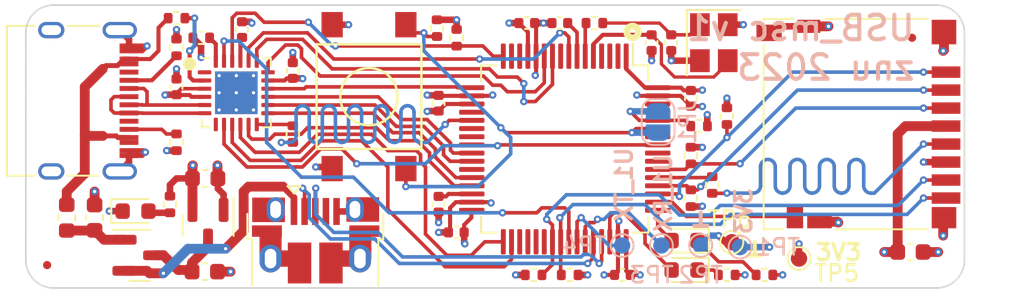
<source format=kicad_pcb>
(kicad_pcb (version 20221018) (generator pcbnew)
  (layers (0 "F.Cu" signal) (1 "In1.Cu" signal) (2 "In2.Cu" signal) (31 "B.Cu" signal) (34 "B.Paste" user) (35 "F.Paste" user) (36 "B.SilkS" user "B.Silkscreen") (37 "F.SilkS" user "F.Silkscreen") (38 "B.Mask" user) (39 "F.Mask" user) (44 "Edge.Cuts" user))
  (net 0 "")
  (net 1 "GND")
  (net 2 "Net-(U1-VCAP_1)")
  (net 3 "+3.3V")
  (net 4 "Net-(U1-NRST)")
  (net 5 "VBUS")
  (net 6 "Net-(U2-VDD18)")
  (net 7 "Net-(C12-Pad2)")
  (net 8 "/OSC_IN")
  (net 9 "Net-(U3-VI)")
  (net 10 "Net-(J3-VBUS)")
  (net 11 "Net-(FB1-Pad2)")
  (net 12 "/SDMMC1_D2")
  (net 13 "/SDMMC1_D3")
  (net 14 "/SDMMC1_CMD")
  (net 15 "/SDMMC1_D0")
  (net 16 "/SDMMC1_D1")
  (net 17 "Net-(J2-CC1)")
  (net 18 "/USB_D+")
  (net 19 "/USB_D-")
  (net 21 "Net-(J2-CC2)")
  (net 23 "/DFU_D-")
  (net 24 "/DFU_D+")
  (net 26 "Net-(U2-RBIAS)")
  (net 27 "Net-(U2-VBUS)")
  (net 28 "/OSC_OUT")
  (net 29 "/~{PHY_nRST}")
  (net 33 "/ULPI_STP")
  (net 35 "/ULPI_DIR")
  (net 36 "/ULPI_NXT")
  (net 39 "/ULPI_D0")
  (net 41 "/ULPI_CKO")
  (net 45 "/ULPI_D1")
  (net 46 "/ULPI_D2")
  (net 48 "/ULPI_D3")
  (net 49 "/ULPI_D4")
  (net 50 "/ULPI_D5")
  (net 51 "/ULPI_D6")
  (net 56 "/MCO1")
  (net 57 "/SDMMC1_CK")
  (net 60 "/ULPI_D7")
  (net 65 "/BOOT0")
  (net 66 "Net-(J1-CLK)")
  (net 67 "Net-(U2-CLKOUT)")
  (net 68 "/~{SD_DET}")
  (net 70 "Net-(D2-A)")
  (net 71 "/LED2")
  (net 72 "/LED1")
  (net 73 "/~{BTN}")
  (net 74 "/USART1_RX")
  (net 75 "/USART1_TX")
  (net 76 "Net-(D3-K)")
  (net 77 "Net-(D4-K)")
  (footprint "Resistor_SMD:R_0402_1005Metric" (layer "F.Cu") (at 126.3 88.4 90)
    (fp_text reference "R11" hide)
    (fp_text value "10k")
  )
  (footprint "Capacitor_SMD:C_0402_1005Metric" (layer "F.Cu") (at 138.2 88.7 90)
    (fp_text reference "C13" hide)
    (fp_text value "10p")
  )
  (footprint "Package_TO_SOT_SMD:SOT-23" (layer "F.Cu") (at 106.9625 101.7)
    (fp_text reference "D1" hide)
    (fp_text value "BAT54C" hide)
  )
  (footprint "Resistor_SMD:R_0402_1005Metric" (layer "F.Cu") (at 109.2 94.79 -90)
    (fp_text reference "R3" hide)
    (fp_text value "5.1k")
  )
  (footprint "Capacitor_SMD:C_0402_1005Metric" (layer "F.Cu") (at 136.42 102.9)
    (fp_text reference "C3" hide)
    (fp_text value "0.1u" hide)
  )
  (footprint "Resistor_SMD:R_0402_1005Metric" (layer "F.Cu") (at 145.09 102.9)
    (fp_text reference "R16" hide)
    (fp_text value "5.1k")
  )
  (footprint "Capacitor_SMD:C_0603_1608Metric" (layer "F.Cu") (at 110.95 97)
    (fp_text reference "C17" hide)
    (fp_text value "4.7u")
  )
  (footprint "Resistor_SMD:R_0402_1005Metric" (layer "F.Cu") (at 142.79 102.9)
    (fp_text reference "R17" hide)
    (fp_text value "10k" hide)
  )
  (footprint "Resistor_SMD:R_0402_1005Metric" (layer "F.Cu") (at 142.8 93.19 90)
    (fp_text reference "R6" hide)
    (fp_text value "47k")
  )
  (footprint "Capacitor_SMD:C_0402_1005Metric" (layer "F.Cu") (at 125.2 98.58 90)
    (fp_text reference "C1" hide)
    (fp_text value "4.7u")
  )
  (footprint "Capacitor_SMD:C_0402_1005Metric" (layer "F.Cu") (at 126.28 100.3)
    (fp_text reference "C6" hide)
    (fp_text value "0.1u")
  )
  (footprint "Resistor_SMD:R_0402_1005Metric" (layer "F.Cu") (at 134.71 87.5 180)
    (fp_text reference "R5" hide)
    (fp_text value "220" hide)
  )
  (footprint "Inductor_SMD:L_0603_1608Metric" (layer "F.Cu") (at 102.5 99.4 90)
    (fp_text reference "FB1" hide)
    (fp_text value "FerriteBead")
  )
  (footprint "Crystal:Crystal_SMD_Abracon_ABM8G-4Pin_3.2x2.5mm" (layer "F.Cu") (at 142 88.7 -90)
    (fp_text reference "Y1" hide)
    (fp_text value "ABM8-13.000MHZ-10-1-U-T" hide)
  )
  (footprint "TestPoint:TestPoint_Pad_D1.0mm" (layer "F.Cu") (at 143.1 100.9)
    (fp_text reference "TP6")
    (fp_text value "TestPoint")
  )
  (footprint "Resistor_SMD:R_0402_1005Metric" (layer "F.Cu") (at 131 102.9 180)
    (fp_text reference "R9" hide)
    (fp_text value "47k")
  )
  (footprint "Capacitor_SMD:C_0603_1608Metric" (layer "F.Cu") (at 104.2 99.4 90)
    (fp_text reference "C10" hide)
    (fp_text value "4.7u")
  )
  (footprint "usb_msc:SMD_BTN" (layer "F.Cu") (at 120.95 92 -90)
    (fp_text reference "SW1" hide)
    (fp_text value "SW_Push")
  )
  (footprint "Capacitor_SMD:C_0402_1005Metric" (layer "F.Cu") (at 116.3 90.4 -90)
    (fp_text reference "C15" hide)
    (fp_text value "2.2u")
  )
  (footprint "Capacitor_SMD:C_0402_1005Metric" (layer "F.Cu") (at 130.58 87.5 180)
    (fp_text reference "C7" hide)
    (fp_text value "0.1u" hide)
  )
  (footprint "LED_SMD:LED_0603_1608Metric" (layer "F.Cu") (at 140.2125 102.6 180)
    (fp_text reference "D4" hide)
    (fp_text value "green")
  )
  (footprint "Package_DFN_QFN:QFN-24-1EP_4x4mm_P0.5mm_EP2.6x2.6mm_ThermalVias" (layer "F.Cu") (at 112.85 91.7625)
    (fp_text reference "U2" hide)
    (fp_text value "USB3318")
  )
  (footprint "Connector_USB:USB_C_Receptacle_XKB_U262-16XN-4BVC11" (layer "F.Cu") (at 102.63 92.25 -90)
    (fp_text reference "J2" hide)
    (fp_text value "USB_C_Receptacle_USB2.0" hide)
  )
  (footprint "TestPoint:TestPoint_Pad_D1.0mm" (layer "F.Cu") (at 147.2 101.9)
    (fp_text reference "TP5")
    (fp_text value "TestPoint" hide)
  )
  (footprint "Resistor_SMD:R_0402_1005Metric" (layer "F.Cu") (at 116.3 94.29 90)
    (fp_text reference "R14" hide)
    (fp_text value "33")
  )
  (footprint "Resistor_SMD:R_0402_1005Metric" (layer "F.Cu") (at 141.9 97.4 -90)
    (fp_text reference "R13" hide)
    (fp_text value "33")
  )
  (footprint "Connector_Card:microSD_HC_Hirose_DM3D-SF" (layer "F.Cu") (at 150.825 93.675 90)
    (fp_text reference "J1" hide)
    (fp_text value "Micro_SD_Card_Det_Hirose_DM3D" hide)
  )
  (footprint "Capacitor_SMD:C_0402_1005Metric" (layer "F.Cu") (at 140.6 92.1 90)
    (fp_text reference "C4" hide)
    (fp_text value "0.1u")
  )
  (footprint "Resistor_SMD:R_0402_1005Metric" (layer "F.Cu") (at 110.71 88.4 180)
    (fp_text reference "R1" hide)
    (fp_text value "8.06k")
  )
  (footprint "Fiducial:Fiducial_0.5mm_Mask1.5mm" (layer "F.Cu") (at 101.3 102.3)
    (fp_text reference "FID1" hide)
    (fp_text value "Fiducial" hide)
  )
  (footprint "Package_TO_SOT_SMD:SOT-23" (layer "F.Cu") (at 111.125 99.8625 -90)
    (fp_text reference "U3" hide)
    (fp_text value "AP7313-33SR" hide)
  )
  (footprint "Resistor_SMD:R_0402_1005Metric" (layer "F.Cu") (at 109.2 88.99 90)
    (fp_text reference "R2" hide)
    (fp_text value "5.1k")
  )
  (footprint "Resistor_SMD:R_0402_1005Metric" (layer "F.Cu") (at 140.6 98.21 -90)
    (fp_text reference "R7" hide)
    (fp_text value "47k")
  )
  (footprint "Capacitor_SMD:C_0603_1608Metric" (layer "F.Cu") (at 110.925 102.7)
    (fp_text reference "C16" hide)
    (fp_text value "4.7u" hide)
  )
  (footprint "Connector_USB:USB_Micro-B_Amphenol_10103594-0001LF_Horizontal" (layer "F.Cu") (at 117.695 100.785)
    (fp_text reference "J3" hide)
    (fp_text value "USB_B_Micro" hide)
  )
  (footprint "Resistor_SMD:R_0402_1005Metric" (layer "F.Cu") (at 140.6 95.6 90)
    (fp_text reference "R8" hide)
    (fp_text value "47k")
  )
  (footprint "Capacitor_SMD:C_0402_1005Metric" (layer "F.Cu") (at 132.6 87.5 180)
    (fp_text reference "C8" hide)
    (fp_text value "0.1u" hide)
  )
  (footprint "Resistor_SMD:R_0402_1005Metric" (layer "F.Cu") (at 133.2 102.9)
    (fp_text reference "R10" hide)
    (fp_text value "47k" hide)
  )
  (footprint "Capacitor_SMD:C_0402_1005Metric" (layer "F.Cu") (at 113.2 87.9 -90)
    (fp_text reference "C11" hide)
    (fp_text value "0.1u")
  )
  (footprint "LED_SMD:LED_0603_1608Metric" (layer "F.Cu") (at 106.7 99)
    (fp_text reference "D2" hide)
    (fp_text value "green")
  )
  (footprint "Resistor_SMD:R_0402_1005Metric" (layer "F.Cu") (at 109.2 87.2 180)
    (fp_text reference "R4" hide)
    (fp_text value "10k" hide)
  )
  (footprint "Resistor_SMD:R_0402_1005Metric" (layer "F.Cu") (at 141.1 93.8)
    (fp_text reference "R12" hide)
    (fp_text value "5.1k")
  )
  (footprint "Fiducial:Fiducial_0.5mm_Mask1.5mm" (layer "F.Cu") (at 154.1 88.4)
    (fp_text reference "FID2" hide)
    (fp_text value "Fiducial")
  )
  (footprint "Capacitor_SMD:C_0603_1608Metric" (layer "F.Cu") (at 154 101.5 180)
    (fp_text reference "C9" hide)
    (fp_text value "4.7u")
  )
  (footprint "Capacitor_SMD:C_0402_1005Metric" (layer "F.Cu") (at 125.2 92.4 -90)
    (fp_text reference "C5" hide)
    (fp_text value "0.1u")
  )
  (footprint "Resistor_SMD:R_0402_1005Metric" (layer "F.Cu") (at 125.1 87.81 90)
    (fp_text reference "R18" hide)
    (fp_text value "5.1k")
  )
  (footprint "LED_SMD:LED_0603_1608Metric" (layer "F.Cu") (at 140.2125 100.8 180)
    (fp_text reference "D3" hide)
    (fp_text value "orange")
  )
  (footprint "Package_QFP:LQFP-64_10x10mm_P0.5mm" (layer "F.Cu") (at 132.9 95.2 -90)
    (fp_text reference "U1" hide)
    (fp_text value "STM32F730R8Tx")
  )
  (footprint "Resistor_SMD:R_0402_1005Metric" (layer "F.Cu") (at 108.8 98.59 -90)
    (fp_text reference "R15" hide)
    (fp_text value "10k")
  )
  (footprint "Capacitor_SMD:C_0402_1005Metric" (layer "F.Cu") (at 109.2 91.4 -90)
    (fp_text reference "C14" hide)
    (fp_text value "0.1u")
  )
  (footprint "Capacitor_SMD:C_0402_1005Metric" (layer "F.Cu") (at 139.4 88.7 90)
    (fp_text reference "C12" hide)
    (fp_text value "10p")
  )
  (footprint "Jumper:SolderJumper-2_P1.3mm_Open_RoundedPad1.0x1.5mm" (layer "B.Cu") (at 138.6 93.55 90)
    (fp_text reference "JP1")
    (fp_text value "SolderJumper_2_Open" hide)
  )
  (footprint "TestPoint:TestPoint_Pad_D1.0mm" (layer "B.Cu") (at 136.4 101.1 180)
    (fp_text reference "TP4")
    (fp_text value "TestPoint")
  )
  (footprint "TestPoint:TestPoint_Pad_D1.0mm" (layer "B.Cu") (at 138.8 101.1 180)
    (fp_text reference "TP3")
    (fp_text value "TestPoint")
  )
  (footprint "TestPoint:TestPoint_Pad_D1.0mm" (layer "B.Cu") (at 141.2 101.1 180)
    (fp_text reference "TP2")
    (fp_text value "TestPoint")
  )
  (footprint "TestPoint:TestPoint_Pad_D1.0mm" (layer "B.Cu") (at 143.6 101.2 180)
    (fp_text reference "TP1")
    (fp_text value "TestPoint")
  )
  (gr_line (start 141.6 99.9) (end 140.8 99.9) (stroke (width 0.25)) (layer "B.SilkS"))
  (gr_line (start 141.2 99.1) (end 141.2 99.9) (stroke (width 0.25)) (layer "B.SilkS"))
  (gr_line (start 141.2 99.9) (end 141.6 99.9) (stroke (width 0.25)) (layer "B.SilkS"))
  (gr_line (start 144.9 101.7) (end 144.1 101.7) (stroke (width 0.25)) (layer "F.SilkS"))
  (gr_circle (center 137.039445 88.039445) (end 137.2 88.039445) (stroke (width 0.4)) (fill none) (layer "F.SilkS"))
  (gr_line (start 144.1 101.7) (end 144.5 101.7) (stroke (width 0.25)) (layer "F.SilkS"))
  (gr_line (start 144.5 101.7) (end 144.5 100.9) (stroke (width 0.25)) (layer "F.SilkS"))
  (gr_circle (center 110 90) (end 110.2 90) (stroke (width 0.4)) (fill none) (layer "F.SilkS"))
  (gr_arc (start 157.297918 101.997918) (mid 156.8 103.2) (end 155.597918 103.697918) (stroke (width 0.1)) (layer "Edge.Cuts"))
  (gr_line (start 157.297918 101.997918) (end 157.3 88.1) (stroke (width 0.1)) (layer "Edge.Cuts"))
  (gr_arc (start 101.702082 103.697918) (mid 100.5 103.2) (end 100.002082 101.997918) (stroke (width 0.1)) (layer "Edge.Cuts"))
  (gr_line (start 101.702082 103.697918) (end 155.597918 103.697918) (stroke (width 0.1)) (layer "Edge.Cuts"))
  (gr_line (start 155.6 86.4) (end 101.7 86.4) (stroke (width 0.1)) (layer "Edge.Cuts"))
  (gr_arc (start 100 88.1) (mid 100.497918 86.897918) (end 101.7 86.4) (stroke (width 0.1)) (layer "Edge.Cuts"))
  (gr_line (start 100 88.1) (end 100.002082 101.997918) (stroke (width 0.1)) (layer "Edge.Cuts"))
  (gr_arc (start 155.6 86.4) (mid 156.802082 86.897918) (end 157.3 88.1) (stroke (width 0.1)) (layer "Edge.Cuts"))
  (gr_text "U1_TX" (at 137.1 95 90) (layer "B.SilkS") (effects (font (size 1 1) (thickness 0.2) bold) (justify left bottom mirror)))
  (gr_text "USB_msc v1\nznu 2023" (at 154.4 91.1) (layer "B.SilkS") (effects (font (size 1.5 1.5) (thickness 0.25)) (justify left bottom mirror)))
  (gr_text "3V3" (at 144.4 97.5 90) (layer "B.SilkS") (effects (font (size 1 1) (thickness 0.2) bold) (justify left bottom mirror)))
  (gr_text "U1_RX" (at 139.5 95.4 90) (layer "B.SilkS") (effects (font (size 1 1) (thickness 0.2) bold) (justify left bottom mirror)))
  (gr_text "3V3" (at 148.1 102.1) (layer "F.SilkS") (effects (font (size 1 1) (thickness 0.2) bold) (justify left bottom)))
  (segment (start 146.1 87.7) (end 147.8 87.7) (width 0.4) (layer "F.Cu") (net 1))
  (segment (start 106.3 88.495) (end 105.735 87.93) (width 0.4) (layer "F.Cu") (net 1))
  (segment (start 132.12 87.5) (end 131.6 87.5) (width 0.4) (layer "F.Cu") (net 1))
  (segment (start 135.94 102.9) (end 135.3 102.9) (width 0.25) (layer "F.Cu") (net 1))
  (segment (start 142.7 100.9) (end 142.3 100.5) (width 0.4) (layer "F.Cu") (net 1))
  (segment (start 156.175 96) (end 154.8 96) (width 0.4) (layer "F.Cu") (net 1))
  (segment (start 111.7 96.975) (end 111.725 97) (width 0.6) (layer "F.Cu") (net 1))
  (segment (start 145.375 88.1) (end 145.7 88.1) (width 0.4) (layer "F.Cu") (net 1))
  (segment (start 136.15 99.65) (end 136.2 99.6) (width 0.25) (layer "F.Cu") (net 1))
  (segment (start 106.3 96.005) (end 105.735 96.57) (width 0.4) (layer "F.Cu") (net 1))
  (segment (start 105.9125 99) (end 105.1 99) (width 0.4) (layer "F.Cu") (net 1))
  (segment (start 112.075 97.975) (end 112.075 98.925) (width 0.4) (layer "F.Cu") (net 1))
  (segment (start 131.15 90.65) (end 131.1 90.7) (width 0.25) (layer "F.Cu") (net 1))
  (segment (start 124.52 91.92) (end 124.5 91.9) (width 0.4) (layer "F.Cu") (net 1))
  (segment (start 141.28 92.58) (end 141.3 92.6) (width 0.25) (layer "F.Cu") (net 1))
  (segment (start 128.45 91.95) (end 128.5 91.9) (width 0.25) (layer "F.Cu") (net 1))
  (segment (start 149.55 99.65) (end 149.6 99.7) (width 0.6) (layer "F.Cu") (net 1))
  (segment (start 138.2 89.18) (end 138.2 89.8) (width 0.4) (layer "F.Cu") (net 1))
  (segment (start 111.7 102.7) (end 112.5 102.7) (width 0.6) (layer "F.Cu") (net 1))
  (segment (start 128.35 98.45) (end 128.4 98.5) (width 0.25) (layer "F.Cu") (net 1))
  (segment (start 109.2 88.48) (end 109.2 87.9) (width 0.4) (layer "F.Cu") (net 1))
  (segment (start 116.44 101.9) (end 116.71 102.17) (width 1) (layer "F.Cu") (net 1))
  (segment (start 107.2 95.3) (end 107.3 95.4) (width 0.3) (layer "F.Cu") (net 1))
  (segment (start 107.1 89.2) (end 107.4 88.9) (width 0.3) (layer "F.Cu") (net 1))
  (segment (start 131.06 87.5) (end 131.6 87.5) (width 0.4) (layer "F.Cu") (net 1))
  (segment (start 111.725 97) (end 111.725 97.625) (width 0.4) (layer "F.Cu") (net 1))
  (segment (start 125.9 100.2) (end 125.8 100.3) (width 0.25) (layer "F.Cu") (net 1))
  (segment (start 106.3 95.6) (end 106.3 96.005) (width 0.4) (layer "F.Cu") (net 1))
  (segment (start 111.725 97.625) (end 112.075 97.975) (width 0.4) (layer "F.Cu") (net 1))
  (segment (start 116.3 89.92) (end 116.3 89.3) (width 0.4) (layer "F.Cu") (net 1))
  (segment (start 114.94 101.9) (end 116.44 101.9) (width 1) (layer "F.Cu") (net 1))
  (segment (start 136.15 100.875) (end 136.15 102.69) (width 0.25) (layer "F.Cu") (net 1))
  (segment (start 131.15 89.525) (end 131.15 90.65) (width 0.25) (layer "F.Cu") (net 1))
  (segment (start 156 100.5) (end 156 99.45) (width 0.6) (layer "F.Cu") (net 1))
  (segment (start 106.3 95.3) (end 107.2 95.3) (width 0.3) (layer "F.Cu") (net 1))
  (segment (start 148.45 99.65) (end 149.55 99.65) (width 0.6) (layer "F.Cu") (net 1))
  (segment (start 139.4 89.8) (end 141.15 89.8) (width 0.4) (layer "F.Cu") (net 1))
  (segment (start 136.15 102.69) (end 135.94 102.9) (width 0.25) (layer "F.Cu") (net 1))
  (segment (start 125.9 98.8) (end 125.9 99) (width 0.25) (layer "F.Cu") (net 1))
  (segment (start 127.225 91.95) (end 128.45 91.95) (width 0.25) (layer "F.Cu") (net 1))
  (segment (start 149 87.7) (end 147.8 87.7) (width 0.6) (layer "F.Cu") (net 1))
  (segment (start 106.3 95.6) (end 107.1 95.6) (width 0.3) (layer "F.Cu") (net 1))
  (segment (start 125.2 99.06) (end 125.2 99.7) (width 0.4) (layer "F.Cu") (net 1))
  (segment (start 110.7 88.9) (end 110.2 88.4) (width 0.4) (layer "F.Cu") (net 1))
  (segment (start 120.4 101.9) (end 118.9 101.9) (width 1) (layer "F.Cu") (net 1))
  (segment (start 143.3 102.9) (end 143.9 102.9) (width 0.22) (layer "F.Cu") (net 1))
  (segment (start 137.35 91.95) (end 137.3 91.9) (width 0.25) (layer "F.Cu") (net 1))
  (segment (start 155.7 101.5) (end 154.775 101.5) (width 0.6) (layer "F.Cu") (net 1))
  (segment (start 140.6 92.58) (end 141.28 92.58) (width 0.25) (layer "F.Cu") (net 1))
  (segment (start 142.85 87.6) (end 143.8 87.6) (width 0.4) (layer "F.Cu") (net 1))
  (segment (start 126.25 98.45) (end 125.9 98.8) (width 0.25) (layer "F.Cu") (net 1))
  (segment (start 131.15 87.59) (end 131.06 87.5) (width 0.25) (layer "F.Cu") (net 1))
  (segment (start 127.225 98.45) (end 128.35 98.45) (width 0.25) (layer "F.Cu") (net 1))
  (segment (start 126.3 87.89) (end 126.3 87.3) (width 0.4) (layer "F.Cu") (net 1))
  (segment (start 125.2 91.92) (end 124.52 91.92) (width 0.4) (layer "F.Cu") (net 1))
  (segment (start 118.97 99.02) (end 119.97 99.02) (width 0.4) (layer "F.Cu") (net 1))
  (segment (start 156.05 88.05) (end 156.05 89.15) (width 0.6) (layer "F.Cu") (net 1))
  (segment (start 125.2 99.06) (end 125.84 99.06) (width 0.25) (layer "F.Cu") (net 1))
  (segment (start 118.9 101.9) (end 118.63 102.17) (width 1) (layer "F.Cu") (net 1))
  (segment (start 113.2 87.42) (end 113.72 87.42) (width 0.4) (layer "F.Cu") (net 1))
  (segment (start 127.225 98.45) (end 126.25 98.45) (width 0.25) (layer "F.Cu") (net 1))
  (segment (start 139.97 91.95) (end 140.6 92.58) (width 0.25) (layer "F.Cu") (net 1))
  (segment (start 136.15 100.875) (end 136.15 99.65) (width 0.25) (layer "F.Cu") (net 1))
  (segment (start 138.575 91.95) (end 139.97 91.95) (width 0.25) (layer "F.Cu") (net 1))
  (segment (start 141.6 93.1) (end 141.6 93.79) (width 0.4) (layer "F.Cu") (net 1))
  (segment (start 113.72 87.42) (end 113.8 87.5) (width 0.4) (layer "F.Cu") (net 1))
  (segment (start 109.2 90.92) (end 109.2 90.3) (width 0.4) (layer "F.Cu") (net 1))
  (segment (start 107.1 95.6) (end 107.3 95.4) (width 0.3) (layer "F.Cu") (net 1))
  (segment (start 125.9 99) (end 125.9 100.2) (width 0.25) (layer "F.Cu") (net 1))
  (segment (start 127.225 91.95) (end 125.23 91.95) (width 0.25) (layer "F.Cu") (net 1))
  (segment (start 141.6 93.79) (end 141.61 93.8) (width 0.4) (layer "F.Cu") (net 1))
  (segment (start 119.97 99.02) (end 120.09 98.9) (width 0.4) (layer "F.Cu") (net 1))
  (segment (start 143.1 100.9) (end 142.7 100.9) (width 0.4) (layer "F.Cu") (net 1))
  (segment (start 106.3 89.2) (end 107.1 89.2) (width 0.3) (layer "F.Cu") (net 1))
  (segment (start 145.6 102.9) (end 146.2 102.9) (width 0.22) (layer "F.Cu") (net 1))
  (segment (start 125.84 99.06) (end 125.9 99) (width 0.25) (layer "F.Cu") (net 1))
  (segment (start 106.3 88.9) (end 106.3 88.495) (width 0.4) (layer "F.Cu") (net 1))
  (segment (start 156.05 89.15) (end 156 89.2) (width 0.6) (layer "F.Cu") (net 1))
  (segment (start 145.7 88.1) (end 146.1 87.7) (width 0.4) (layer "F.Cu") (net 1))
  (segment (start 111.7 96.2) (end 111.7 96.975) (width 0.6) (layer "F.Cu") (net 1))
  (segment (start 125.23 91.95) (end 125.2 91.92) (width 0.25) (layer "F.Cu") (net 1))
  (segment (start 110.7 89.6) (end 110.7 88.9) (width 0.4) (layer "F.Cu") (net 1))
  (segment (start 109.2 95.3) (end 108.6 95.3) (width 0.4) (layer "F.Cu") (net 1))
  (segment (start 156 99.45) (end 156.05 99.4) (width 0.6) (layer "F.Cu") (net 1))
  (segment (start 138.575 91.95) (end 137.35 91.95) (width 0.25) (layer "F.Cu") (net 1))
  (segment (start 125.8 100.3) (end 125.2 100.3) (width 0.4) (layer "F.Cu") (net 1))
  (segment (start 104.2 98.625) (end 104.2 97.8) (width 0.6) (layer "F.Cu") (net 1))
  (segment (start 106.3 88.9) (end 107.4 88.9) (width 0.3) (layer "F.Cu") (net 1))
  (segment (start 131.15 89.525) (end 131.15 87.59) (width 0.25) (layer "F.Cu") (net 1))
  (segment (start 139.4 89.18) (end 139.4 89.8) (width 0.4) (layer "F.Cu") (net 1))
  (segment (start 125.1 87.3) (end 126.3 87.3) (width 0.4) (layer "F.Cu") (net 1))
  (via (at 109.2 87.9) (size 0.45) (drill 0.2) (layers "F.Cu" "B.Cu") (net 1))
  (via (at 107.4 88.9) (size 0.45) (drill 0.2) (layers "F.Cu" "B.Cu") (net 1))
  (via (at 156 100.5) (size 0.45) (drill 0.2) (layers "F.Cu" "B.Cu") (net 1))
  (via (at 116.3 89.3) (size 0.45) (drill 0.2) (layers "F.Cu" "B.Cu") (net 1))
  (via (at 111.7 96.2) (size 0.45) (drill 0.2) (layers "F.Cu" "B.Cu") (net 1))
  (via (at 136.2 99.6) (size 0.45) (drill 0.2) (layers "F.Cu" "B.Cu") (net 1))
  (via (at 124.5 91.9) (size 0.45) (drill 0.2) (layers "F.Cu" "B.Cu") (net 1))
  (via (at 125.2 100.3) (size 0.45) (drill 0.2) (layers "F.Cu" "B.Cu") (net 1))
  (via (at 125.2 99.7) (size 0.45) (drill 0.2) (layers "F.Cu" "B.Cu") (net 1))
  (via (at 131.1 90.7) (size 0.45) (drill 0.2) (layers "F.Cu" "B.Cu") (net 1))
  (via (at 154.8 96) (size 0.45) (drill 0.2) (layers "F.Cu" "B.Cu") (net 1))
  (via (at 137.3 91.9) (size 0.45) (drill 0.2) (layers "F.Cu" "B.Cu") (net 1))
  (via (at 104.2 97.8) (size 0.45) (drill 0.2) (layers "F.Cu" "B.Cu") (net 1))
  (via (at 155.7 101.5) (size 0.45) (drill 0.2) (layers "F.Cu" "B.Cu") (net 1))
  (via (at 135.3 102.9) (size 0.45) (drill 0.2) (layers "F.Cu" "B.Cu") (net 1))
  (via (at 141.3 92.6) (size 0.45) (drill 0.2) (layers "F.Cu" "B.Cu") (net 1))
  (via (at 139.4 89.8) (size 0.45) (drill 0.2) (layers "F.Cu" "B.Cu") (net 1))
  (via (at 126.3 87.3) (size 0.45) (drill 0.2) (layers "F.Cu" "B.Cu") (net 1))
  (via (at 112.5 102.7) (size 0.45) (drill 0.2) (layers "F.Cu" "B.Cu") (net 1))
  (via (at 128.5 91.9) (size 0.45) (drill 0.2) (layers "F.Cu" "B.Cu") (net 1))
  (via (at 143.9 102.9) (size 0.45) (drill 0.2) (layers "F.Cu" "B.Cu") (net 1))
  (via (at 138.2 89.8) (size 0.45) (drill 0.2) (layers "F.Cu" "B.Cu") (net 1))
  (via (at 105.1 99) (size 0.45) (drill 0.2) (layers "F.Cu" "B.Cu") (net 1))
  (via (at 110.7 89.6) (size 0.45) (drill 0.2) (layers "F.Cu" "B.Cu") (net 1))
  (via (at 143.8 87.6) (size 0.45) (drill 0.2) (layers "F.Cu" "B.Cu") (net 1))
  (via (at 128.4 98.5) (size 0.45) (drill 0.2) (layers "F.Cu" "B.Cu") (net 1))
  (via (at 107.3 95.4) (size 0.45) (drill 0.2) (layers "F.Cu" "B.Cu") (net 1))
  (via (at 142.3 100.5) (size 0.45) (drill 0.2) (layers "F.Cu" "B.Cu") (net 1))
  (via (at 113.8 87.5) (size 0.45) (drill 0.2) (layers "F.Cu" "B.Cu") (net 1))
  (via (at 141.6 93.1) (size 0.45) (drill 0.2) (layers "F.Cu" "B.Cu") (net 1))
  (via (at 149 87.7) (size 0.45) (drill 0.2) (layers "F.Cu" "B.Cu") (net 1))
  (via (at 108.6 95.3) (size 0.45) (drill 0.2) (layers "F.Cu" "B.Cu") (net 1))
  (via (at 146.2 102.9) (size 0.45) (drill 0.2) (layers "F.Cu" "B.Cu") (net 1))
  (via (at 156 89.2) (size 0.45) (drill 0.2) (layers "F.Cu" "B.Cu") (net 1))
  (via (at 149.6 99.7) (size 0.45) (drill 0.2) (layers "F.Cu" "B.Cu") (net 1))
  (via (at 109.2 90.3) (size 0.45) (drill 0.2) (layers "F.Cu" "B.Cu") (net 1))
  (via (at 131.6 87.5) (size 0.45) (drill 0.2) (layers "F.Cu" "B.Cu") (net 1))
  (segment (start 141.8 100.5) (end 141.2 101.1) (width 0.4) (layer "B.Cu") (net 1))
  (segment (start 142.3 100.5) (end 141.8 100.5) (width 0.4) (layer "B.Cu") (net 1))
  (segment (start 125.65 98.1) (end 125.8 97.95) (width 0.25) (layer "F.Cu") (net 2))
  (segment (start 127.225 97.95) (end 125.8 97.95) (width 0.25) (layer "F.Cu") (net 2))
  (segment (start 125.2 98.1) (end 125.65 98.1) (width 0.25) (layer "F.Cu") (net 2))
  (segment (start 124.52 92.88) (end 124.5 92.9) (width 0.4) (layer "F.Cu") (net 3))
  (segment (start 108.8 97.4) (end 109.2 97) (width 0.4) (layer "F.Cu") (net 3))
  (segment (start 126.76 100.96) (end 126.8 101) (width 0.4) (layer "F.Cu") (net 3))
  (segment (start 127.2 99.4) (end 127.2 98.975) (width 0.25) (layer "F.Cu") (net 3))
  (segment (start 117.7 96.3) (end 118.6 96.3) (width 0.4) (layer "F.Cu") (net 3))
  (segment (start 126.76 100.3) (end 126.76 100.96) (width 0.4) (layer "F.Cu") (net 3))
  (segment (start 109.4875 91.5125) (end 109.2 91.8) (width 0.22) (layer "F.Cu") (net 3))
  (segment (start 141.28 98.72) (end 141.3 98.7) (width 0.4) (layer "F.Cu") (net 3))
  (segment (start 136.65 100.875) (end 136.65 102.65) (width 0.25) (layer "F.Cu") (net 3))
  (segment (start 116.3 90.88) (end 116.88 90.88) (width 0.4) (layer "F.Cu") (net 3))
  (segment (start 108.8 98.08) (end 108.8 97.4) (width 0.4) (layer "F.Cu") (net 3))
  (segment (start 136.65 102.65) (end 136.9 102.9) (width 0.25) (layer "F.Cu") (net 3))
  (segment (start 141.29 95.09) (end 141.3 95.1) (width 0.4) (layer "F.Cu") (net 3))
  (segment (start 110.155 98.08) (end 110.175 98.1) (width 0.4) (layer "F.Cu") (net 3))
  (segment (start 129.5 87.5) (end 130.1 87.5) (width 0.4) (layer "F.Cu") (net 3))
  (segment (start 153.225 101.5) (end 152.4 101.5) (width 0.6) (layer "F.Cu") (net 3))
  (segment (start 136.65 89.525) (end 136.65 90.3) (width 0.25) (layer "F.Cu") (net 3))
  (segment (start 136.65 90.3) (end 137.8 91.45) (width 0.25) (layer "F.Cu") (net 3))
  (segment (start 109.2 91.88) (end 108.52 91.88) (width 0.4) (layer "F.Cu") (net 3))
  (segment (start 126.76 99.84) (end 127.2 99.4) (width 0.25) (layer "F.Cu") (net 3))
  (segment (start 126.76 100.3) (end 126.76 99.84) (width 0.25) (layer "F.Cu") (net 3))
  (segment (start 125.2 92.88) (end 124.52 92.88) (width 0.4) (layer "F.Cu") (net 3))
  (segment (start 116.3 90.88) (end 115.9325 90.88) (width 0.25) (layer "F.Cu") (net 3))
  (segment (start 115.9325 90.88) (end 115.8 91.0125) (width 0.25) (layer "F.Cu") (net 3))
  (segment (start 147.2 101.9) (end 147.2 101) (width 0.4) (layer "F.Cu") (net 3))
  (segment (start 141.28 91.62) (end 141.3 91.6) (width 0.25) (layer "F.Cu") (net 3))
  (segment (start 142.8 92.68) (end 142.8 92.09) (width 0.4) (layer "F.Cu") (net 3))
  (segment (start 110.175 96.225) (end 110.2 96.2) (width 0.6) (layer "F.Cu") (net 3))
  (segment (start 140.6 98.72) (end 141.28 98.72) (width 0.4) (layer "F.Cu") (net 3))
  (segment (start 140.17 91.62) (end 140 91.45) (width 0.25) (layer "F.Cu") (net 3))
  (segment (start 108.52 91.88) (end 108.5 91.9) (width 0.4) (layer "F.Cu") (net 3))
  (segment (start 127.2 98.975) (end 127.225 98.95) (width 0.25) (layer "F.Cu") (net 3))
  (segment (start 109.22 91.9) (end 109.2 91.88) (width 0.25) (layer "F.Cu") (net 3))
  (segment (start 118.7 87.6) (end 119.7 87.6) (width 0.4) (layer "F.Cu") (net 3))
  (segment (start 109.2 91.8) (end 109.2 91.88) (width 0.22) (layer "F.Cu") (net 3))
  (segment (start 114.7875 91.0125) (end 115.8 91.0125) (width 0.25) (layer "F.Cu") (net 3))
  (segment (start 116.88 90.88) (end 116.9 90.9) (width 0.4) (layer "F.Cu") (net 3))
  (segment (start 138.575 91.45) (end 137.8 91.45) (width 0.25) (layer "F.Cu") (net 3))
  (segment (start 118.6 96.3) (end 118.7 96.4) (width 0.4) (layer "F.Cu") (net 3))
  (segment (start 125.63 92.45) (end 125.2 92.88) (width 0.25) (layer "F.Cu") (net 3))
  (segment (start 153.225 101.5) (end 153.225 94.275) (width 0.6) (layer "F.Cu") (net 3))
  (segment (start 153.7 93.8) (end 156.175 93.8) (width 0.6) (layer "F.Cu") (net 3))
  (segment (start 110.175 98.925) (end 110.175 98.1) (width 0.6) (layer "F.Cu") (net 3))
  (segment (start 140.6 91.62) (end 140.17 91.62) (width 0.25) (layer "F.Cu") (net 3))
  (segment (start 110.1125 92.0125) (end 110 91.9) (width 0.25) (layer "F.Cu") (net 3))
  (segment (start 130.65 89.525) (end 130.65 88.05) (width 0.25) (layer "F.Cu") (net 3))
  (segment (start 110.9125 91.5125) (end 109.4875 91.5125) (width 0.22) (layer "F.Cu") (net 3))
  (segment (start 109.2 97) (end 110.175 97) (width 0.4) (layer "F.Cu") (net 3))
  (segment (start 127.225 92.45) (end 125.63 92.45) (width 0.25) (layer "F.Cu") (net 3))
  (segment (start 138.575 91.45) (end 140 91.45) (width 0.25) (layer "F.Cu") (net 3))
  (segment (start 130.65 88.05) (end 130.1 87.5) (width 0.25) (layer "F.Cu") (net 3))
  (segment (start 110.9125 92.0125) (end 110.1125 92.0125) (width 0.25) (layer "F.Cu") (net 3))
  (segment (start 153.225 94.275) (end 153.7 93.8) (width 0.6) (layer "F.Cu") (net 3))
  (segment (start 140.6 91.62) (end 141.28 91.62) (width 0.25) (layer "F.Cu") (net 3))
  (segment (start 136.9 102.9) (end 137.5 102.9) (width 0.25) (layer "F.Cu") (net 3))
  (segment (start 140.6 95.09) (end 141.29 95.09) (width 0.4) (layer "F.Cu") (net 3))
  (segment (start 133.71 102.9) (end 134.3 102.9) (width 0.4) (layer "F.Cu") (net 3))
  (segment (start 130.49 102.9) (end 129.9 102.9) (width 0.4) (layer "F.Cu") (net 3))
  (segment (start 110.175 98.1) (end 110.175 97) (width 0.6) (layer "F.Cu") (net 3))
  (segment (start 110 91.9) (end 109.22 91.9) (width 0.25) (layer "F.Cu") (net 3))
  (segment (start 110.175 97) (end 110.175 96.225) (width 0.6) (layer "F.Cu") (net 3))
  (via (at 142.8 92.09) (size 0.45) (drill 0.2) (layers "F.Cu" "B.Cu") (net 3))
  (via (at 126.8 101) (size 0.45) (drill 0.2) (layers "F.Cu" "B.Cu") (net 3))
  (via (at 134.3 102.9) (size 0.45) (drill 0.2) (layers "F.Cu" "B.Cu") (net 3))
  (via (at 152.4 101.5) (size 0.45) (drill 0.2) (layers "F.Cu" "B.Cu") (net 3))
  (via (at 147.2 101) (size 0.45) (drill 0.2) (layers "F.Cu" "B.Cu") (net 3))
  (via (at 124.5 92.9) (size 0.45) (drill 0.2) (layers "F.Cu" "B.Cu") (net 3))
  (via (at 141.3 95.1) (size 0.45) (drill 0.2) (layers "F.Cu" "B.Cu") (net 3))
  (via (at 129.5 87.5) (size 0.45) (drill 0.2) (layers "F.Cu" "B.Cu") (net 3))
  (via (at 141.3 98.7) (size 0.45) (drill 0.2) (layers "F.Cu" "B.Cu") (net 3))
  (via (at 119.7 87.6) (size 0.45) (drill 0.2) (layers "F.Cu" "B.Cu") (net 3))
  (via (at 145.4 101.2) (size 0.45) (drill 0.2) (layers "F.Cu" "B.Cu") (net 3))
  (via (at 129.9 102.9) (size 0.45) (drill 0.2) (layers "F.Cu" "B.Cu") (net 3))
  (via (at 110.2 96.2) (size 0.45) (drill 0.2) (layers "F.Cu" "B.Cu") (net 3))
  (via (at 137.5 102.9) (size 0.45) (drill 0.2) (layers "F.Cu" "B.Cu") (net 3))
  (via (at 108.5 91.9) (size 0.45) (drill 0.2) (layers "F.Cu" "B.Cu") (net 3))
  (via (at 116.9 90.9) (size 0.45) (drill 0.2) (layers "F.Cu" "B.Cu") (net 3))
  (via (at 117.7 96.3) (size 0.45) (drill 0.2) (layers "F.Cu" "B.Cu") (net 3))
  (via (at 141.3 91.6) (size 0.45) (drill 0.2) (layers "F.Cu" "B.Cu") (net 3))
  (segment (start 143.6 101.2) (end 145.4 101.2) (width 0.4) (layer "B.Cu") (net 3))
  (segment (start 133.65 88.07) (end 133.08 87.5) (width 0.22) (layer "F.Cu") (net 4))
  (segment (start 133.65 89.525) (end 133.65 88.07) (width 0.22) (layer "F.Cu") (net 4))
  (segment (start 102.5 100.1875) (end 104.1875 100.1875) (width 0.6) (layer "F.Cu") (net 5))
  (segment (start 104.1875 100.1875) (end 104.2 100.175) (width 0.6) (layer "F.Cu") (net 5))
  (segment (start 104.775 100.75) (end 104.2 100.175) (width 0.6) (layer "F.Cu") (net 5))
  (segment (start 106.025 100.75) (end 104.775 100.75) (width 0.6) (layer "F.Cu") (net 5))
  (segment (start 113.1 89.825) (end 113.1 88.48) (width 0.25) (layer "F.Cu") (net 6))
  (segment (start 113.1 88.48) (end 113.2 88.38) (width 0.25) (layer "F.Cu") (net 6))
  (segment (start 135.22 87.5) (end 138.68 87.5) (width 0.2) (layer "F.Cu") (net 7))
  (segment (start 140.53 88.22) (end 141.15 87.6) (width 0.22) (layer "F.Cu") (net 7))
  (segment (start 139.4 88.22) (end 140.53 88.22) (width 0.22) (layer "F.Cu") (net 7))
  (segment (start 138.68 87.5) (end 139.4 88.22) (width 0.2) (layer "F.Cu") (net 7))
  (segment (start 142.85 89.8) (end 142.85 89.95) (width 0.2) (layer "F.Cu") (net 8))
  (segment (start 134.65 88.790381) (end 135.220381 88.22) (width 0.25) (layer "F.Cu") (net 8))
  (segment (start 135.220381 88.22) (end 138.2 88.22) (width 0.25) (layer "F.Cu") (net 8))
  (segment (start 138.8 90) (end 138.8 88.82) (width 0.2) (layer "F.Cu") (net 8))
  (segment (start 138.8 88.82) (end 138.2 88.22) (width 0.2) (layer "F.Cu") (net 8))
  (segment (start 134.65 89.525) (end 134.65 88.790381) (width 0.25) (layer "F.Cu") (net 8))
  (segment (start 139.6 90.8) (end 138.8 90) (width 0.2) (layer "F.Cu") (net 8))
  (segment (start 142.85 89.95) (end 142 90.8) (width 0.2) (layer "F.Cu") (net 8))
  (segment (start 142 90.8) (end 139.6 90.8) (width 0.2) (layer "F.Cu") (net 8))
  (segment (start 110.05 102.6) (end 110.15 102.7) (width 0.6) (layer "F.Cu") (net 9))
  (segment (start 108.4 101.7) (end 109.3 102.6) (width 0.6) (layer "F.Cu") (net 9))
  (segment (start 111.125 101.175) (end 110.15 102.15) (width 0.6) (layer "F.Cu") (net 9))
  (segment (start 109.3 102.6) (end 110.05 102.6) (width 0.6) (layer "F.Cu") (net 9))
  (segment (start 110.15 102.15) (end 110.15 102.7) (width 0.6) (layer "F.Cu") (net 9))
  (segment (start 107.9 101.7) (end 108.4 101.7) (width 0.6) (layer "F.Cu") (net 9))
  (segment (start 111.125 100.8) (end 111.125 101.175) (width 0.6) (layer "F.Cu") (net 9))
  (segment (start 113.6 97.5) (end 115.7 97.5) (width 0.6) (layer "F.Cu") (net 10))
  (segment (start 107.55 102.8) (end 107.4 102.65) (width 0.6) (layer "F.Cu") (net 10))
  (segment (start 113.3 97.8) (end 113.6 97.5) (width 0.6) (layer "F.Cu") (net 10))
  (segment (start 106.025 102.65) (end 107.4 102.65) (width 0.6) (layer "F.Cu") (net 10))
  (segment (start 113.3 100.2) (end 112.2 101.3) (width 0.6) (layer "F.Cu") (net 10))
  (segment (start 116.37 99.02) (end 116.37 98.17) (width 0.4) (layer "F.Cu") (net 10))
  (segment (start 116.37 98.17) (end 115.7 97.5) (width 0.4) (layer "F.Cu") (net 10))
  (segment (start 113.3 97.8) (end 113.3 100.2) (width 0.6) (layer "F.Cu") (net 10))
  (segment (start 108.4 102.8) (end 107.55 102.8) (width 0.6) (layer "F.Cu") (net 10))
  (via (at 108.4 102.8) (size 0.45) (drill 0.2) (layers "F.Cu" "B.Cu") (net 10))
  (via (at 112.2 101.3) (size 0.45) (drill 0.2) (layers "F.Cu" "B.Cu") (net 10))
  (segment (start 109.9 101.3) (end 108.4 102.8) (width 0.6) (layer "B.Cu") (net 10))
  (segment (start 112.2 101.3) (end 109.9 101.3) (width 0.6) (layer "B.Cu") (net 10))
  (segment (start 103.6 96.7) (end 103.6 94.4) (width 0.6) (layer "F.Cu") (net 11))
  (segment (start 105.6 90.1) (end 104.9 90.1) (width 0.3) (layer "F.Cu") (net 11))
  (segment (start 105.620305 94.5) (end 105.520305 94.4) (width 0.3) (layer "F.Cu") (net 11))
  (segment (start 107.6 89.7) (end 108.1 89.2) (width 0.25) (layer "F.Cu") (net 11))
  (segment (start 106.3 89.7) (end 107.6 89.7) (width 0.25) (layer "F.Cu") (net 11))
  (segment (start 105.520305 94.4) (end 104.7 94.4) (width 0.3) (layer "F.Cu") (net 11))
  (segment (start 103.6 94.4) (end 104.7 94.4) (width 0.6) (layer "F.Cu") (net 11))
  (segment (start 102.5 97.8) (end 103.6 96.7) (width 0.6) (layer "F.Cu") (net 11))
  (segment (start 102.5 98.6125) (end 102.5 97.8) (width 0.6) (layer "F.Cu") (net 11))
  (segment (start 103.6 94.4) (end 103.6 91.4) (width 0.6) (layer "F.Cu") (net 11))
  (segment (start 106.3 94.5) (end 105.620305 94.5) (width 0.3) (layer "F.Cu") (net 11))
  (segment (start 108.1 87.79) (end 108.69 87.2) (width 0.25) (layer "F.Cu") (net 11))
  (segment (start 106 89.7) (end 105.6 90.1) (width 0.3) (layer "F.Cu") (net 11))
  (segment (start 108.1 89.2) (end 108.1 87.79) (width 0.25) (layer "F.Cu") (net 11))
  (segment (start 106.3 89.7) (end 106 89.7) (width 0.3) (layer "F.Cu") (net 11))
  (segment (start 104.9 90.1) (end 104.7 90.3) (width 0.3) (layer "F.Cu") (net 11))
  (segment (start 103.6 91.4) (end 104.7 90.3) (width 0.6) (layer "F.Cu") (net 11))
  (segment (start 142.8 93.7) (end 142.8 94.5) (width 0.22) (layer "F.Cu") (net 12))
  (segment (start 154.8 90.5) (end 156.175 90.5) (width 0.22) (layer "F.Cu") (net 12))
  (segment (start 138.575 97.95) (end 139.75 97.95) (width 0.22) (layer "F.Cu") (net 12))
  (segment (start 139.75 97.95) (end 139.9 98.1) (width 0.22) (layer "F.Cu") (net 12))
  (via (at 154.8 90.5) (size 0.45) (drill 0.2) (layers "F.Cu" "B.Cu") (net 12))
  (via (at 139.9 98.1) (size 0.45) (drill 0.2) (layers "F.Cu" "B.Cu") (net 12))
  (via (at 142.8 94.5) (size 0.45) (drill 0.2) (layers "F.Cu" "B.Cu") (net 12))
  (segment (start 142.8 94.5) (end 139.9 97.4) (width 0.22) (layer "B.Cu") (net 12))
  (segment (start 139.9 97.4) (end 139.9 98.1) (width 0.22) (layer "B.Cu") (net 12))
  (segment (start 146.8 90.5) (end 142.8 94.5) (width 0.22) (layer "B.Cu") (net 12))
  (segment (start 154.8 90.5) (end 146.8 90.5) (width 0.22) (layer "B.Cu") (net 12))
  (segment (start 140.6 97.7) (end 141 97.7) (width 0.22) (layer "F.Cu") (net 13))
  (segment (start 141 97.7) (end 141.2 97.5) (width 0.22) (layer "F.Cu") (net 13))
  (segment (start 138.575 97.45) (end 140.35 97.45) (width 0.22) (layer "F.Cu") (net 13))
  (segment (start 154.8 91.6) (end 156.175 91.6) (width 0.22) (layer "F.Cu") (net 13))
  (segment (start 140.35 97.45) (end 140.6 97.7) (width 0.22) (layer "F.Cu") (net 13))
  (via (at 154.8 91.6) (size 0.45) (drill 0.2) (layers "F.Cu" "B.Cu") (net 13))
  (via (at 141.2 97.5) (size 0.45) (drill 0.2) (layers "F.Cu" "B.Cu") (net 13))
  (segment (start 147.1 91.6) (end 154.8 91.6) (width 0.22) (layer "B.Cu") (net 13))
  (segment (start 141.2 97.5) (end 147.1 91.6) (width 0.22) (layer "B.Cu") (net 13))
  (segment (start 140.26 96.45) (end 140.6 96.11) (width 0.22) (layer "F.Cu") (net 14))
  (segment (start 143.59 96.11) (end 143.6 96.1) (width 0.22) (layer "F.Cu") (net 14))
  (segment (start 154.8 92.7) (end 156.175 92.7) (width 0.22) (layer "F.Cu") (net 14))
  (segment (start 138.575 96.45) (end 140.26 96.45) (width 0.22) (layer "F.Cu") (net 14))
  (segment (start 140.6 96.11) (end 143.59 96.11) (width 0.22) (layer "F.Cu") (net 14))
  (via (at 143.6 96.1) (size 0.45) (drill 0.2) (layers "F.Cu" "B.Cu") (net 14))
  (via (at 154.8 92.7) (size 0.45) (drill 0.2) (layers "F.Cu" "B.Cu") (net 14))
  (segment (start 147 92.7) (end 143.6 96.1) (width 0.22) (layer "B.Cu") (net 14))
  (segment (start 154.8 92.7) (end 147 92.7) (width 0.22) (layer "B.Cu") (net 14))
  (segment (start 132.15 99.85) (end 131.8 99.5) (width 0.22) (layer "F.Cu") (net 15))
  (segment (start 132.15 100.875) (end 132.15 99.85) (width 0.22) (layer "F.Cu") (net 15))
  (segment (start 156.175 97.1) (end 154.8 97.1) (width 0.22) (layer "F.Cu") (net 15))
  (segment (start 132.15 100.875) (end 132.15 102.26) (width 0.22) (layer "F.Cu") (net 15))
  (segment (start 132.15 102.26) (end 131.51 102.9) (width 0.22) (layer "F.Cu") (net 15))
  (via (at 131.8 99.5) (size 0.45) (drill 0.2) (layers "F.Cu" "B.Cu") (net 15))
  (via (at 154.8 97.1) (size 0.45) (drill 0.2) (layers "F.Cu" "B.Cu") (net 15))
  (segment (start 131.8 99.5) (end 131.8 99.2) (width 0.22) (layer "B.Cu") (net 15))
  (segment (start 133 98) (end 138.662 98) (width 0.22) (layer "B.Cu") (net 15))
  (segment (start 153.25 98.65) (end 142.388 98.65) (width 0.22) (layer "B.Cu") (net 15))
  (segment (start 138.662 98) (end 139.9 99.238) (width 0.22) (layer "B.Cu") (net 15))
  (segment (start 142.388 98.65) (end 141.8 99.238) (width 0.22) (layer "B.Cu") (net 15))
  (segment (start 139.9 99.238) (end 141.8 99.238) (width 0.22) (layer "B.Cu") (net 15))
  (segment (start 131.8 99.2) (end 133 98) (width 0.22) (layer "B.Cu") (net 15))
  (segment (start 153.25 98.65) (end 154.8 97.1) (width 0.22) (layer "B.Cu") (net 15))
  (segment (start 132.65 99.45) (end 132.6 99.4) (width 0.22) (layer "F.Cu") (net 16))
  (segment (start 132.65 100.875) (end 132.65 99.45) (width 0.22) (layer "F.Cu") (net 16))
  (segment (start 132.65 102.86) (end 132.69 102.9) (width 0.22) (layer "F.Cu") (net 16))
  (segment (start 156.175 98.2) (end 154.8 98.2) (width 0.22) (layer "F.Cu") (net 16))
  (segment (start 132.65 100.875) (end 132.65 102.86) (width 0.22) (layer "F.Cu") (net 16))
  (via (at 154.8 98.2) (size 0.45) (drill 0.2) (layers "F.Cu" "B.Cu") (net 16))
  (via (at 132.6 99.4) (size 0.45) (drill 0.2) (layers "F.Cu" "B.Cu") (net 16))
  (segment (start 153.8 99.2) (end 143 99.2) (width 0.22) (layer "B.Cu") (net 16))
  (segment (start 137.8 98.6) (end 139 99.8) (width 0.22) (layer "B.Cu") (net 16))
  (segment (start 132.6 99.4) (end 133.4 98.6) (width 0.22) (layer "B.Cu") (net 16))
  (segment (start 139 99.8) (end 142.4 99.8) (width 0.22) (layer "B.Cu") (net 16))
  (segment (start 133.4 98.6) (end 137.8 98.6) (width 0.22) (layer "B.Cu") (net 16))
  (segment (start 153.8 99.2) (end 154.8 98.2) (width 0.22) (layer "B.Cu") (net 16))
  (segment (start 143 99.2) (end 142.4 99.8) (width 0.22) (layer "B.Cu") (net 16))
  (segment (start 106.3 91) (end 107.7 91) (width 0.25) (layer "F.Cu") (net 17))
  (segment (start 107.7 91) (end 109.2 89.5) (width 0.25) (layer "F.Cu") (net 17))
  (segment (start 105.4 93) (end 106.3 93) (width 0.22) (layer "F.Cu") (net 18))
  (segment (start 107.1 93) (end 106.3 93) (width 0.22) (layer "F.Cu") (net 18))
  (segment (start 105.2 92.2) (end 105.2 92.8) (width 0.22) (layer "F.Cu") (net 18))
  (segment (start 107.1125 93.0125) (end 107.1 93) (width 0.22) (layer "F.Cu") (net 18))
  (segment (start 105.4 92) (end 105.2 92.2) (width 0.22) (layer "F.Cu") (net 18))
  (segment (start 106.3 92) (end 105.4 92) (width 0.22) (layer "F.Cu") (net 18))
  (segment (start 110.9125 93.0125) (end 107.1125 93.0125) (width 0.22) (layer "F.Cu") (net 18))
  (segment (start 105.2 92.8) (end 105.4 93) (width 0.22) (layer "F.Cu") (net 18))
  (segment (start 110.9125 92.5125) (end 107.4 92.5125) (width 0.22) (layer "F.Cu") (net 19))
  (segment (start 107.2 91.5) (end 107.4 91.7) (width 0.22) (layer "F.Cu") (net 19))
  (segment (start 107.1125 92.5125) (end 107.1 92.5) (width 0.22) (layer "F.Cu") (net 19))
  (segment (start 107.4 92.5125) (end 107.1125 92.5125) (width 0.22) (layer "F.Cu") (net 19))
  (segment (start 107.4 91.7) (end 107.4 92.5125) (width 0.22) (layer "F.Cu") (net 19))
  (segment (start 106.3 91.5) (end 107.2 91.5) (width 0.22) (layer "F.Cu") (net 19))
  (segment (start 107.1 92.5) (end 106.3 92.5) (width 0.22) (layer "F.Cu") (net 19))
  (segment (start 108.58 94.28) (end 108.3 94) (width 0.22) (layer "F.Cu") (net 21))
  (segment (start 109.2 94.28) (end 108.58 94.28) (width 0.22) (layer "F.Cu") (net 21))
  (segment (start 106.3 94) (end 108.3 94) (width 0.22) (layer "F.Cu") (net 21))
  (segment (start 134.65 100.875) (end 134.65 101.85) (width 0.22) (layer "F.Cu") (net 23))
  (segment (start 117.02 97.72) (end 116.9 97.6) (width 0.22) (layer "F.Cu") (net 23))
  (segment (start 134.65 101.85) (end 134.3 102.2) (width 0.22) (layer "F.Cu") (net 23))
  (segment (start 117.02 99.02) (end 117.02 97.72) (width 0.22) (layer "F.Cu") (net 23))
  (via (at 134.3 102.2) (size 0.45) (drill 0.2) (layers "F.Cu" "B.Cu") (net 23))
  (via (at 116.9 97.6) (size 0.45) (drill 0.2) (layers "F.Cu" "B.Cu") (net 23))
  (segment (start 117.3 98) (end 116.9 97.6) (width 0.22) (layer "B.Cu") (net 23))
  (segment (start 122.8 102.2) (end 121.3 100.7) (width 0.22) (layer "B.Cu") (net 23))
  (segment (start 117.3 99.4) (end 117.3 98) (width 0.22) (layer "B.Cu") (net 23))
  (segment (start 118.6 100.7) (end 117.3 99.4) (width 0.22) (layer "B.Cu") (net 23))
  (segment (start 121.3 100.7) (end 118.6 100.7) (width 0.22) (layer "B.Cu") (net 23))
  (segment (start 134.3 102.2) (end 122.8 102.2) (width 0.22) (layer "B.Cu") (net 23))
  (segment (start 135.15 100.875) (end 135.15 102.05) (width 0.22) (layer "F.Cu") (net 24))
  (segment (start 135.15 102.05) (end 135 102.2) (width 0.22) (layer "F.Cu") (net 24))
  (segment (start 117.67 99.02) (end 117.67 97.63) (width 0.22) (layer "F.Cu") (net 24))
  (segment (start 117.67 97.63) (end 117.7 97.6) (width 0.22) (layer "F.Cu") (net 24))
  (via (at 135 102.2) (size 0.45) (drill 0.2) (layers "F.Cu" "B.Cu") (net 24))
  (via (at 117.7 97.6) (size 0.45) (drill 0.2) (layers "F.Cu" "B.Cu") (net 24))
  (segment (start 134.05 101.65) (end 133.9 101.8) (width 0.22) (layer "B.Cu") (net 24))
  (segment (start 118.8 100.3) (end 117.7 99.2) (width 0.22) (layer "B.Cu") (net 24))
  (segment (start 134.45 101.65) (end 134.05 101.65) (width 0.22) (layer "B.Cu") (net 24))
  (segment (start 123 101.8) (end 121.5 100.3) (width 0.22) (layer "B.Cu") (net 24))
  (segment (start 117.7 99.2) (end 117.7 97.6) (width 0.22) (layer "B.Cu") (net 24))
  (segment (start 121.5 100.3) (end 118.8 100.3) (width 0.22) (layer "B.Cu") (net 24))
  (segment (start 133.9 101.8) (end 123 101.8) (width 0.22) (layer "B.Cu") (net 24))
  (segment (start 135 102.2) (end 134.45 101.65) (width 0.22) (layer "B.Cu") (net 24))
  (segment (start 111.6 88.78) (end 111.22 88.4) (width 0.25) (layer "F.Cu") (net 26))
  (segment (start 111.6 89.825) (end 111.6 88.78) (width 0.25) (layer "F.Cu") (net 26))
  (segment (start 110 89.2) (end 110 90.8) (width 0.25) (layer "F.Cu") (net 27))
  (segment (start 110 90.8) (end 110.2125 91.0125) (width 0.25) (layer "F.Cu") (net 27))
  (segment (start 110.2125 91.0125) (end 110.9125 91.0125) (width 0.25) (layer "F.Cu") (net 27))
  (segment (start 109.71 87.2) (end 110.3 87.2) (width 0.25) (layer "F.Cu") (net 27))
  (via (at 110.3 87.2) (size 0.45) (drill 0.2) (layers "F.Cu" "B.Cu") (net 27))
  (via (at 110 89.2) (size 0.45) (drill 0.2) (layers "F.Cu" "B.Cu") (net 27))
  (segment (start 110.3 87.2) (end 110.3 88.9) (width 0.25) (layer "B.Cu") (net 27))
  (segment (start 110.3 88.9) (end 110 89.2) (width 0.25) (layer "B.Cu") (net 27))
  (segment (start 134.15 87.55) (end 134.2 87.5) (width 0.22) (layer "F.Cu") (net 28))
  (segment (start 134.15 89.525) (end 134.15 87.55) (width 0.22) (layer "F.Cu") (net 28))
  (segment (start 112.6 87.176841) (end 112.6 89.825) (width 0.22) (layer "F.Cu") (net 29))
  (segment (start 118.9 88.9) (end 127.9 88.9) (width 0.22) (layer "F.Cu") (net 29))
  (segment (start 112.876841 86.9) (end 112.6 87.176841) (width 0.22) (layer "F.Cu") (net 29))
  (segment (start 114.55 87.45) (end 114 86.9) (width 0.22) (layer "F.Cu") (net 29))
  (segment (start 127.9 88.9) (end 128.525 89.525) (width 0.22) (layer "F.Cu") (net 29))
  (segment (start 114 86.9) (end 112.876841 86.9) (width 0.22) (layer "F.Cu") (net 29))
  (segment (start 128.525 89.525) (end 129.15 89.525) (width 0.22) (layer "F.Cu") (net 29))
  (segment (start 117.25 87.45) (end 114.55 87.45) (width 0.22) (layer "F.Cu") (net 29))
  (via (at 117.25 87.45) (size 0.45) (drill 0.2) (layers "F.Cu" "B.Cu") (net 29))
  (via (at 118.9 88.9) (size 0.45) (drill 0.2) (layers "F.Cu" "B.Cu") (net 29))
  (segment (start 117.25 87.45) (end 118.7 88.9) (width 0.22) (layer "B.Cu") (net 29))
  (segment (start 118.7 88.9) (end 118.9 88.9) (width 0.22) (layer "B.Cu") (net 29))
  (segment (start 113.6 89) (end 114.5 88.1) (width 0.22) (layer "F.Cu") (net 33))
  (segment (start 133.15 88.35) (end 132.9 88.1) (width 0.22) (layer "F.Cu") (net 33))
  (segment (start 117.2 88.1) (end 118.8 89.7) (width 0.22) (layer "F.Cu") (net 33))
  (segment (start 114.5 88.1) (end 117.2 88.1) (width 0.22) (layer "F.Cu") (net 33))
  (segment (start 118.8 89.7) (end 127.7 89.7) (width 0.22) (layer "F.Cu") (net 33))
  (segment (start 132.6 88.1) (end 132.9 88.1) (width 0.22) (layer "F.Cu") (net 33))
  (segment (start 133.15 89.525) (end 133.15 88.35) (width 0.22) (layer "F.Cu") (net 33))
  (segment (start 113.6 89.825) (end 113.6 89) (width 0.22) (layer "F.Cu") (net 33))
  (via (at 132.6 88.1) (size 0.45) (drill 0.2) (layers "F.Cu" "B.Cu") (net 33))
  (via (at 127.7 89.7) (size 0.45) (drill 0.2) (layers "F.Cu" "B.Cu") (net 33))
  (segment (start 131 89.7) (end 132.6 88.1) (width 0.22) (layer "B.Cu") (net 33))
  (segment (start 127.7 89.7) (end 131 89.7) (width 0.22) (layer "B.Cu") (net 33))
  (segment (start 114.1 89.1) (end 114.707 88.493) (width 0.22) (layer "F.Cu") (net 35))
  (segment (start 114.1 89.825) (end 114.1 89.1) (width 0.22) (layer "F.Cu") (net 35))
  (segment (start 130 90.8) (end 130.4 91.2) (width 0.22) (layer "F.Cu") (net 35))
  (segment (start 132.15 91.25) (end 131.1 92.3) (width 0.22) (layer "F.Cu") (net 35))
  (segment (start 132.15 89.525) (end 132.15 91.25) (width 0.22) (layer "F.Cu") (net 35))
  (segment (start 128.8 90.8) (end 130 90.8) (width 0.22) (layer "F.Cu") (net 35))
  (segment (start 131.1 92.3) (end 130.4 92.3) (width 0.22) (layer "F.Cu") (net 35))
  (segment (start 114.707 88.493) (end 116.893 88.493) (width 0.22) (layer "F.Cu") (net 35))
  (segment (start 118.7 90.3) (end 128.3 90.3) (width 0.22) (layer "F.Cu") (net 35))
  (segment (start 116.893 88.493) (end 118.7 90.3) (width 0.22) (layer "F.Cu") (net 35))
  (segment (start 128.3 90.3) (end 128.8 90.8) (width 0.22) (layer "F.Cu") (net 35))
  (via (at 130.4 92.3) (size 0.45) (drill 0.2) (layers "F.Cu" "B.Cu") (net 35))
  (via (at 130.4 91.2) (size 0.45) (drill 0.2) (layers "F.Cu" "B.Cu") (net 35))
  (segment (start 130.4 91.2) (end 130.4 92.3) (width 0.22) (layer "B.Cu") (net 35))
  (segment (start 117.961579 90.738421) (end 127.938421 90.738421) (width 0.22) (layer "F.Cu") (net 36))
  (segment (start 114.7875 89.9125) (end 115.86 88.84) (width 0.22) (layer "F.Cu") (net 36))
  (segment (start 131.65 91.15) (end 131.65 89.525) (width 0.22) (layer "F.Cu") (net 36))
  (segment (start 129.4 91.7) (end 131.1 91.7) (width 0.22) (layer "F.Cu") (net 36))
  (segment (start 127.938421 90.738421) (end 128.5 91.3) (width 0.22) (layer "F.Cu") (net 36))
  (segment (start 131.1 91.7) (end 131.65 91.15) (width 0.22) (layer "F.Cu") (net 36))
  (segment (start 114.7875 90.5125) (end 114.7875 89.9125) (width 0.22) (layer "F.Cu") (net 36))
  (segment (start 116.6 88.84) (end 116.83 89.07) (width 0.22) (layer "F.Cu") (net 36))
  (segment (start 116.83 89.606841) (end 117.961579 90.738421) (width 0.22) (layer "F.Cu") (net 36))
  (segment (start 115.86 88.84) (end 116.6 88.84) (width 0.22) (layer "F.Cu") (net 36))
  (segment (start 116.83 89.07) (end 116.83 89.606841) (width 0.22) (layer "F.Cu") (net 36))
  (segment (start 129 91.3) (end 129.4 91.7) (width 0.22) (layer "F.Cu") (net 36))
  (segment (start 128.5 91.3) (end 129 91.3) (width 0.22) (layer "F.Cu") (net 36))
  (segment (start 126.35 91.45) (end 126.303 91.403) (width 0.22) (layer "F.Cu") (net 39))
  (segment (start 117 91.5125) (end 114.7875 91.5125) (width 0.22) (layer "F.Cu") (net 39))
  (segment (start 127.225 91.45) (end 126.35 91.45) (width 0.22) (layer "F.Cu") (net 39))
  (segment (start 126.303 91.403) (end 117.1095 91.403) (width 0.22) (layer "F.Cu") (net 39))
  (segment (start 117.1095 91.403) (end 117 91.5125) (width 0.22) (layer "F.Cu") (net 39))
  (segment (start 116.3 94.8) (end 115.6 94.8) (width 0.22) (layer "F.Cu") (net 41))
  (segment (start 127.225 93.45) (end 125.85 93.45) (width 0.22) (layer "F.Cu") (net 41))
  (segment (start 125.85 93.45) (end 125.6 93.7) (width 0.22) (layer "F.Cu") (net 41))
  (via (at 125.6 93.7) (size 0.45) (drill 0.2) (layers "F.Cu" "B.Cu") (net 41))
  (via (at 115.6 94.8) (size 0.45) (drill 0.2) (layers "F.Cu" "B.Cu") (net 41))
  (segment (start 120.5 92.954051) (end 120.5 94.4) (width 0.22) (layer "B.Cu") (net 41))
  (segment (start 124.5 94.8) (end 125.6 93.7) (width 0.22) (layer "B.Cu") (net 41))
  (segment (start 119.7 94.4) (end 119.7 92.954051) (width 0.22) (layer "B.Cu") (net 41))
  (segment (start 121.3 94.4) (end 121.3 92.954048) (width 0.22) (layer "B.Cu") (net 41))
  (segment (start 124.1 94.8) (end 124.5 94.8) (width 0.22) (layer "B.Cu") (net 41))
  (segment (start 116.5 94.4) (end 116.5 92.954053) (width 0.22) (layer "B.Cu") (net 41))
  (segment (start 122.9 94.4) (end 122.9 92.954051) (width 0.22) (layer "B.Cu") (net 41))
  (segment (start 123.7 92.954051) (end 123.7 94.4) (width 0.22) (layer "B.Cu") (net 41))
  (segment (start 117.3 92.954053) (end 117.3 94.4) (width 0.22) (layer "B.Cu") (net 41))
  (segment (start 118.9 92.954051) (end 118.9 94.4) (width 0.22) (layer "B.Cu") (net 41))
  (segment (start 115.6 94.8) (end 116.1 94.8) (width 0.22) (layer "B.Cu") (net 41))
  (segment (start 122.1 92.954048) (end 122.1 94.4) (width 0.22) (layer "B.Cu") (net 41))
  (segment (start 118.1 94.4) (end 118.1 92.954051) (width 0.22) (layer "B.Cu") (net 41))
  (arc (start 118.9 94.4) (mid 119.017157 94.682843) (end 119.3 94.8) (width 0.22) (layer "B.Cu") (net 41))
  (arc (start 117.3 94.4) (mid 117.417157 94.682843) (end 117.7 94.8) (width 0.22) (layer "B.Cu") (net 41))
  (arc (start 122.1 94.4) (mid 122.217157 94.682843) (end 122.5 94.8) (width 0.22) (layer "B.Cu") (net 41))
  (arc (start 120.9 94.8) (mid 121.182843 94.682843) (end 121.3 94.4) (width 0.22) (layer "B.Cu") (net 41))
  (arc (start 116.5 92.954053) (mid 116.617157 92.67121) (end 116.9 92.554053) (width 0.22) (layer "B.Cu") (net 41))
  (arc (start 120.1 92.554051) (mid 120.382843 92.671208) (end 120.5 92.954051) (width 0.22) (layer "B.Cu") (net 41))
  (arc (start 118.1 92.954051) (mid 118.217157 92.671208) (end 118.5 92.554051) (width 0.22) (layer "B.Cu") (net 41))
  (arc (start 123.7 94.4) (mid 123.817157 94.682843) (end 124.1 94.8) (width 0.22) (layer "B.Cu") (net 41))
  (arc (start 123.3 92.554051) (mid 123.582843 92.671208) (end 123.7 92.954051) (width 0.22) (layer "B.Cu") (net 41))
  (arc (start 122.9 92.954051) (mid 123.017157 92.671208) (end 123.3 92.554051) (width 0.22) (layer "B.Cu") (net 41))
  (arc (start 119.3 94.8) (mid 119.582843 94.682843) (end 119.7 94.4) (width 0.22) (layer "B.Cu") (net 41))
  (arc (start 121.3 92.954048) (mid 121.417157 92.671205) (end 121.7 92.554048) (width 0.22) (layer "B.Cu") (net 41))
  (arc (start 120.5 94.4) (mid 120.617157 94.682843) (end 120.9 94.8) (width 0.22) (layer "B.Cu") (net 41))
  (arc (start 119.7 92.954051) (mid 119.817157 92.671208) (end 120.1 92.554051) (width 0.22) (layer "B.Cu") (net 41))
  (arc (start 117.7 94.8) (mid 117.982843 94.682843) (end 118.1 94.4) (width 0.22) (layer "B.Cu") (net 41))
  (arc (start 122.5 94.8) (mid 122.782843 94.682843) (end 122.9 94.4) (width 0.22) (layer "B.Cu") (net 41))
  (arc (start 116.9 92.554053) (mid 117.182843 92.67121) (end 117.3 92.954053) (width 0.22) (layer "B.Cu") (net 41))
  (arc (start 118.5 92.554051) (mid 118.782843 92.671208) (end 118.9 92.954051) (width 0.22) (layer "B.Cu") (net 41))
  (arc (start 116.1 94.8) (mid 116.382843 94.682843) (end 116.5 94.4) (width 0.22) (layer "B.Cu") (net 41))
  (arc (start 121.7 92.554048) (mid 121.982843 92.671205) (end 122.1 92.954048) (width 0.22) (layer "B.Cu") (net 41))
  (segment (start 114.7875 92.0125) (end 121.5125 92.0125) (width 0.22) (layer "F.Cu") (net 45))
  (segment (start 125.925 95.275) (end 126.1 95.45) (width 0.22) (layer "F.Cu") (net 45))
  (segment (start 125.925 94.825) (end 125.925 95.275) (width 0.22) (layer "F.Cu") (net 45))
  (segment (start 121.5125 92.0125) (end 122.9 93.4) (width 0.22) (layer "F.Cu") (net 45))
  (segment (start 122.9 93.4) (end 124.5 93.4) (width 0.22) (layer "F.Cu") (net 45))
  (segment (start 126.1 95.45) (end 127.225 95.45) (width 0.22) (layer "F.Cu") (net 45))
  (segment (start 124.5 93.4) (end 125.925 94.825) (width 0.22) (layer "F.Cu") (net 45))
  (segment (start 124.3 93.82) (end 125.5 95.02) (width 0.22) (layer "F.Cu") (net 46))
  (segment (start 125.5 95.55) (end 125.9 95.95) (width 0.22) (layer "F.Cu") (net 46))
  (segment (start 122.62 93.82) (end 124.3 93.82) (width 0.22) (layer "F.Cu") (net 46))
  (segment (start 114.7875 92.5125) (end 121.3125 92.5125) (width 0.22) (layer "F.Cu") (net 46))
  (segment (start 125.9 95.95) (end 127.225 95.95) (width 0.22) (layer "F.Cu") (net 46))
  (segment (start 121.3125 92.5125) (end 122.62 93.82) (width 0.22) (layer "F.Cu") (net 46))
  (segment (start 125.5 95.02) (end 125.5 95.55) (width 0.22) (layer "F.Cu") (net 46))
  (segment (start 125 95.7) (end 126.25 96.95) (width 0.22) (layer "F.Cu") (net 48))
  (segment (start 114.7875 93.0125) (end 121.208548 93.0125) (width 0.22) (layer "F.Cu") (net 48))
  (segment (start 126.25 96.95) (end 127.225 96.95) (width 0.22) (layer "F.Cu") (net 48))
  (segment (start 124.003952 94.203952) (end 125 95.2) (width 0.22) (layer "F.Cu") (net 48))
  (segment (start 121.208548 93.0125) (end 122.4 94.203952) (width 0.22) (layer "F.Cu") (net 48))
  (segment (start 125 95.2) (end 125 95.7) (width 0.22) (layer "F.Cu") (net 48))
  (segment (start 122.4 94.203952) (end 124.003952 94.203952) (width 0.22) (layer "F.Cu") (net 48))
  (segment (start 122.200366 94.695366) (end 123.904634 94.695366) (width 0.22) (layer "F.Cu") (net 49))
  (segment (start 121.4 93.9) (end 122.0475 94.5475) (width 0.22) (layer "F.Cu") (net 49))
  (segment (start 123.904634 94.695366) (end 124.65 95.440732) (width 0.22) (layer "F.Cu") (net 49))
  (segment (start 122.0475 94.5475) (end 122.0525 94.5475) (width 0.22) (layer "F.Cu") (net 49))
  (segment (start 117.195 93.9) (end 121.4 93.9) (width 0.22) (layer "F.Cu") (net 49))
  (segment (start 124.65 95.440732) (end 124.65 95.95) (width 0.22) (layer "F.Cu") (net 49))
  (segment (start 113.8 94.6) (end 114.895 94.6) (width 0.22) (layer "F.Cu") (net 49))
  (segment (start 126.15 97.45) (end 127.225 97.45) (width 0.22) (layer "F.Cu") (net 49))
  (segment (start 114.895 94.6) (end 115.2 94.295) (width 0.22) (layer "F.Cu") (net 49))
  (segment (start 122.0525 94.5475) (end 122.200366 94.695366) (width 0.22) (layer "F.Cu") (net 49))
  (segment (start 115.2 94.295) (end 116.8 94.295) (width 0.22) (layer "F.Cu") (net 49))
  (segment (start 113.6 94.4) (end 113.8 94.6) (width 0.22) (layer "F.Cu") (net 49))
  (segment (start 116.8 94.295) (end 117.195 93.9) (width 0.22) (layer "F.Cu") (net 49))
  (segment (start 113.6 93.7) (end 113.6 94.4) (width 0.22) (layer "F.Cu") (net 49))
  (segment (start 124.65 95.95) (end 126.15 97.45) (width 0.22) (layer "F.Cu") (net 49))
  (segment (start 124.4 96.3) (end 124.1 96) (width 0.22) (layer "F.Cu") (net 50))
  (segment (start 129.15 100.875) (end 128.025 100.875) (width 0.22) (layer "F.Cu") (net 50))
  (segment (start 124.1 95.551) (end 123.849 95.3) (width 0.22) (layer "F.Cu") (net 50))
  (segment (start 122.1 95.3) (end 121.1 94.3) (width 0.22) (layer "F.Cu") (net 50))
  (segment (start 117.8 94.3) (end 116.7 95.4) (width 0.22) (layer "F.Cu") (net 50))
  (segment (start 127.2 101.7) (end 125.7 101.7) (width 0.22) (layer "F.Cu") (net 50))
  (segment (start 124.1 96) (end 124.1 95.551) (width 0.22) (layer "F.Cu") (net 50))
  (segment (start 128.025 100.875) (end 127.2 101.7) (width 0.22) (layer "F.Cu") (net 50))
  (segment (start 125.7 101.7) (end 124.4 100.4) (width 0.22) (layer "F.Cu") (net 50))
  (segment (start 121.1 94.3) (end 117.8 94.3) (width 0.22) (layer "F.Cu") (net 50))
  (segment (start 116.7 95.4) (end 114 95.4) (width 0.22) (layer "F.Cu") (net 50))
  (segment (start 114 95.4) (end 113.1 94.5) (width 0.22) (layer "F.Cu") (net 50))
  (segment (start 124.4 100.4) (end 124.4 96.3) (width 0.22) (layer "F.Cu") (net 50))
  (segment (start 113.1 94.5) (end 113.1 93.7) (width 0.22) (layer "F.Cu") (net 50))
  (segment (start 123.849 95.3) (end 122.1 95.3) (width 0.22) (layer "F.Cu") (net 50))
  (segment (start 113.7 95.9) (end 112.6 94.8) (width 0.22) (layer "F.Cu") (net 51))
  (segment (start 125.6 102.4) (end 122.1 98.9) (width 0.22) (layer "F.Cu") (net 51))
  (segment (start 112.6 94.8) (end 112.6 93.7) (width 0.22) (layer "F.Cu") (net 51))
  (segment (start 129.65 100.875) (end 129.65 101.95) (width 0.22) (layer "F.Cu") (net 51))
  (segment (start 122.1 98.9) (end 122.1 96.3) (width 0.22) (layer "F.Cu") (net 51))
  (segment (start 120.5 94.7) (end 118 94.7) (width 0.22) (layer "F.Cu") (net 51))
  (segment (start 118 94.7) (end 116.8 95.9) (width 0.22) (layer "F.Cu") (net 51))
  (segment (start 129.65 101.95) (end 129.2 102.4) (width 0.22) (layer "F.Cu") (net 51))
  (segment (start 129.2 102.4) (end 125.6 102.4) (width 0.22) (layer "F.Cu") (net 51))
  (segment (start 122.1 96.3) (end 120.5 94.7) (width 0.22) (layer "F.Cu") (net 51))
  (segment (start 116.8 95.9) (end 113.7 95.9) (width 0.22) (layer "F.Cu") (net 51))
  (segment (start 112.1 89.825) (end 112.1 88.6) (width 0.22) (layer "F.Cu") (net 56))
  (segment (start 133.15 99.05) (end 132.9 98.8) (width 0.22) (layer "F.Cu") (net 56))
  (segment (start 132.9 98.8) (end 131.5 98.8) (width 0.22) (layer "F.Cu") (net 56))
  (segment (start 133.15 100.875) (end 133.15 99.05) (width 0.22) (layer "F.Cu") (net 56))
  (segment (start 131.5 98.8) (end 131.2 99.1) (width 0.22) (layer "F.Cu") (net 56))
  (segment (start 131.2 99.1) (end 129.1 99.1) (width 0.22) (layer "F.Cu") (net 56))
  (via (at 112.1 88.6) (size 0.45) (drill 0.2) (layers "F.Cu" "B.Cu") (net 56))
  (via (at 129.1 99.1) (size 0.45) (drill 0.2) (layers "F.Cu" "B.Cu") (net 56))
  (segment (start 113 88.6) (end 112.1 88.6) (width 0.22) (layer "B.Cu") (net 56))
  (segment (start 114.7 90.3) (end 113 88.6) (width 0.22) (layer "B.Cu") (net 56))
  (segment (start 114.7 94.8) (end 114.7 90.3) (width 0.22) (layer "B.Cu") (net 56))
  (segment (start 116.823317 96.923317) (end 114.7 94.8) (width 0.22) (layer "B.Cu") (net 56))
  (segment (start 122.176684 99.1) (end 129.1 99.1) (width 0.22) (layer "B.Cu") (net 56))
  (segment (start 122.176684 99.1) (end 120 96.923317) (width 0.22) (layer "B.Cu") (net 56))
  (segment (start 120 96.923317) (end 116.823317 96.923317) (width 0.22) (layer "B.Cu") (net 56))
  (segment (start 138.575 96.95) (end 141.84 96.95) (width 0.22) (layer "F.Cu") (net 57))
  (segment (start 141.84 96.95) (end 141.9 96.89) (width 0.22) (layer "F.Cu") (net 57))
  (segment (start 112.1 93.7) (end 112.1 94.9) (width 0.22) (layer "F.Cu") (net 60))
  (segment (start 138.575 94.95) (end 128.85 94.95) (width 0.22) (layer "F.Cu") (net 60))
  (segment (start 113.5 96.3) (end 116.890732 96.3) (width 0.22) (layer "F.Cu") (net 60))
  (segment (start 117.990732 95.2) (end 119.3 95.2) (width 0.22) (layer "F.Cu") (net 60))
  (segment (start 116.890732 96.3) (end 117.990732 95.2) (width 0.22) (layer "F.Cu") (net 60))
  (segment (start 119.3 95.2) (end 120.2 96.1) (width 0.22) (layer "F.Cu") (net 60))
  (segment (start 112.1 94.9) (end 113.5 96.3) (width 0.22) (layer "F.Cu") (net 60))
  (segment (start 128.85 94.95) (end 128.8 95) (width 0.22) (layer "F.Cu") (net 60))
  (via (at 128.8 95) (size 0.45) (drill 0.2) (layers "F.Cu" "B.Cu") (net 60))
  (via (at 120.2 96.1) (size 0.45) (drill 0.2) (layers "F.Cu" "B.Cu") (net 60))
  (segment (start 120.2 96.1) (end 124.4 96.1) (width 0.22) (layer "B.Cu") (net 60))
  (segment (start 128.8 95) (end 125.5 95) (width 0.22) (layer "B.Cu") (net 60))
  (segment (start 125.5 95) (end 124.4 96.1) (width 0.22) (layer "B.Cu") (net 60))
  (segment (start 138.575 93.45) (end 137.45 93.45) (width 0.22) (layer "F.Cu") (net 65))
  (segment (start 137.45 93.45) (end 136.9 92.9) (width 0.22) (layer "F.Cu") (net 65))
  (segment (start 140.24 93.45) (end 140.59 93.8) (width 0.22) (layer "F.Cu") (net 65))
  (segment (start 138.575 93.45) (end 140.24 93.45) (width 0.22) (layer "F.Cu") (net 65))
  (via (at 136.9 92.9) (size 0.45) (drill 0.2) (layers "F.Cu" "B.Cu") (net 65))
  (segment (start 136.9 92.9) (end 138.6 92.9) (width 0.4) (layer "B.Cu") (net 65))
  (segment (start 141.9 97.91) (end 142.79 97.91) (width 0.22) (layer "F.Cu") (net 66))
  (segment (start 156.175 94.9) (end 154.8 94.9) (width 0.22) (layer "F.Cu") (net 66))
  (segment (start 142.79 97.91) (end 142.8 97.9) (width 0.22) (layer "F.Cu") (net 66))
  (via (at 142.8 97.9) (size 0.45) (drill 0.2) (layers "F.Cu" "B.Cu") (net 66))
  (via (at 154.8 94.9) (size 0.45) (drill 0.2) (layers "F.Cu" "B.Cu") (net 66))
  (segment (start 151.15 96.290177) (end 151.15 97.45) (width 0.22) (layer "B.Cu") (net 66))
  (segment (start 149.35 96.290177) (end 149.35 97.45) (width 0.22) (layer "B.Cu") (net 66))
  (segment (start 144.85 97.45) (end 144.85 96.290193) (width 0.22) (layer "B.Cu") (net 66))
  (segment (start 146.65 97.45) (end 146.65 96.290193) (width 0.22) (layer "B.Cu") (net 66))
  (segment (start 147.55 96.290193) (end 147.55 97.45) (width 0.22) (layer "B.Cu") (net 66))
  (segment (start 151.8 97.9) (end 154.8 94.9) (width 0.22) (layer "B.Cu") (net 66))
  (segment (start 145.75 96.290193) (end 145.75 97.45) (width 0.22) (layer "B.Cu") (net 66))
  (segment (start 148.45 97.45) (end 148.45 96.290177) (width 0.22) (layer "B.Cu") (net 66))
  (segment (start 142.8 97.9) (end 144.4 97.9) (width 0.22) (layer "B.Cu") (net 66))
  (segment (start 150.25 97.45) (end 150.25 96.290177) (width 0.22) (layer "B.Cu") (net 66))
  (segment (start 151.6 97.9) (end 151.8 97.9) (width 0.22) (layer "B.Cu") (net 66))
  (arc (start 147.55 97.45) (mid 147.681802 97.768198) (end 148 97.9) (width 0.22) (layer "B.Cu") (net 66))
  (arc (start 148.9 95.840177) (mid 149.218198 95.971979) (end 149.35 96.290177) (width 0.22) (layer "B.Cu") (net 66))
  (arc (start 144.4 97.9) (mid 144.718198 97.768198) (end 144.85 97.45) (width 0.22) (layer "B.Cu") (net 66))
  (arc (start 150.7 95.840177) (mid 151.018198 95.971979) (end 151.15 96.290177) (width 0.22) (layer "B.Cu") (net 66))
  (arc (start 146.2 97.9) (mid 146.518198 97.768198) (end 146.65 97.45) (width 0.22) (layer "B.Cu") (net 66))
  (arc (start 146.65 96.290193) (mid 146.781802 95.971995) (end 147.1 95.840193) (width 0.22) (layer "B.Cu") (net 66))
  (arc (start 149.8 97.9) (mid 150.118198 97.768198) (end 150.25 97.45) (width 0.22) (layer "B.Cu") (net 66))
  (arc (start 148.45 96.290177) (mid 148.581802 95.971979) (end 148.9 95.840177) (width 0.22) (layer "B.Cu") (net 66))
  (arc (start 147.1 95.840193) (mid 147.418198 95.971995) (end 147.55 96.290193) (width 0.22) (layer "B.Cu") (net 66))
  (arc (start 150.25 96.290177) (mid 150.381802 95.971979) (end 150.7 95.840177) (width 0.22) (layer "B.Cu") (net 66))
  (arc (start 148 97.9) (mid 148.318198 97.768198) (end 148.45 97.45) (width 0.22) (layer "B.Cu") (net 66))
  (arc (start 149.35 97.45) (mid 149.481802 97.768198) (end 149.8 97.9) (width 0.22) (layer "B.Cu") (net 66))
  (arc (start 144.85 96.290193) (mid 144.981802 95.971995) (end 145.3 95.840193) (width 0.22) (layer "B.Cu") (net 66))
  (arc (start 145.75 97.45) (mid 145.881802 97.768198) (end 146.2 97.9) (width 0.22) (layer "B.Cu") (net 66))
  (arc (start 145.3 95.840193) (mid 145.618198 95.971995) (end 145.75 96.290193) (width 0.22) (layer "B.Cu") (net 66))
  (arc (start 151.15 97.45) (mid 151.281802 97.768198) (end 151.6 97.9) (width 0.22) (layer "B.Cu") (net 66))
  (segment (start 114.1 93.7) (end 116.22 93.7) (width 0.22) (layer "F.Cu") (net 67))
  (segment (start 116.22 93.7) (end 116.3 93.78) (width 0.22) (layer "F.Cu") (net 67))
  (segment (start 138.575 98.45) (end 139.45 98.45) (width 0.22) (layer "F.Cu") (net 68))
  (segment (start 139.45 98.45) (end 140.325 99.325) (width 0.22) (layer "F.Cu") (net 68))
  (segment (start 140.325 99.325) (end 146.95 99.325) (width 0.22) (layer "F.Cu") (net 68))
  (segment (start 108.8 99.1) (end 107.5875 99.1) (width 0.4) (layer "F.Cu") (net 70))
  (segment (start 107.5875 99.1) (end 107.4875 99) (width 0.4) (layer "F.Cu") (net 70))
  (segment (start 138.575 98.95) (end 138.575 99.95) (width 0.22) (layer "F.Cu") (net 71))
  (segment (start 138.575 99.95) (end 139.425 100.8) (width 0.22) (layer "F.Cu") (net 71))
  (segment (start 137.8 100.975) (end 139.425 102.6) (width 0.22) (layer "F.Cu") (net 72))
  (segment (start 136.5 99.1) (end 137.8 100.4) (width 0.22) (layer "F.Cu") (net 72))
  (segment (start 135.9 99.1) (end 136.5 99.1) (width 0.22) (layer "F.Cu") (net 72))
  (segment (start 135.65 99.35) (end 135.9 99.1) (width 0.22) (layer "F.Cu") (net 72))
  (segment (start 135.65 100.875) (end 135.65 99.35) (width 0.22) (layer "F.Cu") (net 72))
  (segment (start 137.8 100.4) (end 137.8 100.975) (width 0.22) (layer "F.Cu") (net 72))
  (segment (start 138.575 93.95) (end 137.25 93.95) (width 0.22) (layer "F.Cu") (net 73))
  (segment (start 124.52 88.32) (end 124.3 88.1) (width 0.22) (layer "F.Cu") (net 73))
  (segment (start 123.2 96.4) (end 123.2 97.5) (width 0.22) (layer "F.Cu") (net 73))
  (segment (start 125.1 88.32) (end 124.52 88.32) (width 0.22) (layer "F.Cu") (net 73))
  (segment (start 123.7 88.1) (end 123.2 87.6) (width 0.22) (layer "F.Cu") (net 73))
  (segment (start 137 94.2) (end 129.3 94.2) (width 0.22) (layer "F.Cu") (net 73))
  (segment (start 124.3 88.1) (end 123.7 88.1) (width 0.22) (layer "F.Cu") (net 73))
  (segment (start 129.3 94.2) (end 129 93.9) (width 0.22) (layer "F.Cu") (net 73))
  (segment (start 137.25 93.95) (end 137 94.2) (width 0.22) (layer "F.Cu") (net 73))
  (via (at 124.3 88.1) (size 0.45) (drill 0.2) (layers "F.Cu" "B.Cu") (net 73))
  (via (at 129 93.9) (size 0.45) (drill 0.2) (layers "F.Cu" "B.Cu") (net 73))
  (via (at 123.2 97.5) (size 0.45) (drill 0.2) (layers "F.Cu" "B.Cu") (net 73))
  (via (at 137 94.2) (size 0.45) (drill 0.2) (layers "F.Cu" "B.Cu") (net 73))
  (segment (start 127.6 97.5) (end 129.6 95.5) (width 0.22) (layer "B.Cu") (net 73))
  (segment (start 123.2 97.5) (end 127.6 97.5) (width 0.22) (layer "B.Cu") (net 73))
  (segment (start 129.6 94.5) (end 129 93.9) (width 0.22) (layer "B.Cu") (net 73))
  (segment (start 137 94.2) (end 138.6 94.2) (width 0.4) (layer "B.Cu") (net 73))
  (segment (start 124.3 89.2) (end 124.3 88.1) (width 0.22) (layer "B.Cu") (net 73))
  (segment (start 129.6 95.5) (end 129.6 94.5) (width 0.22) (layer "B.Cu") (net 73))
  (segment (start 129 93.9) (end 124.3 89.2) (width 0.22) (layer "B.Cu") (net 73))
  (segment (start 134.15 99.95) (end 134.4 99.7) (width 0.22) (layer "F.Cu") (net 74))
  (segment (start 134.4 99.7) (end 134.7 99.7) (width 0.22) (layer "F.Cu") (net 74))
  (segment (start 134.7 99.7) (end 134.9 99.5) (width 0.22) (layer "F.Cu") (net 74))
  (segment (start 134.15 100.875) (end 134.15 99.95) (width 0.22) (layer "F.Cu") (net 74))
  (via (at 134.9 99.5) (size 0.45) (drill 0.2) (layers "F.Cu" "B.Cu") (net 74))
  (segment (start 136.8 99.1) (end 138.8 101.1) (width 0.22) (layer "B.Cu") (net 74))
  (segment (start 135.3 99.5) (end 135.7 99.1) (width 0.22) (layer "B.Cu") (net 74))
  (segment (start 135.7 99.1) (end 136.8 99.1) (width 0.22) (layer "B.Cu") (net 74))
  (segment (start 134.9 99.5) (end 135.3 99.5) (width 0.22) (layer "B.Cu") (net 74))
  (segment (start 133.65 100.875) (end 133.65 99.65) (width 0.22) (layer "F.Cu") (net 75))
  (segment (start 133.65 99.65) (end 133.9 99.4) (width 0.22) (layer "F.Cu") (net 75))
  (via (at 133.9 99.4) (size 0.45) (drill 0.2) (layers "F.Cu" "B.Cu") (net 75))
  (segment (start 133.9 99.4) (end 135.6 101.1) (width 0.22) (layer "B.Cu") (net 75))
  (segment (start 135.6 101.1) (end 136.4 101.1) (width 0.22) (layer "B.Cu") (net 75))
  (segment (start 143.78 102.1) (end 144.58 102.9) (width 0.22) (layer "F.Cu") (net 76))
  (segment (start 141 100.8) (end 142.3 102.1) (width 0.22) (layer "F.Cu") (net 76))
  (segment (start 142.3 102.1) (end 143.78 102.1) (width 0.22) (layer "F.Cu") (net 76))
  (segment (start 141 102.6) (end 141.98 102.6) (width 0.22) (layer "F.Cu") (net 77))
  (segment (start 141.98 102.6) (end 142.28 102.9) (width 0.22) (layer "F.Cu") (net 77))
)
</source>
